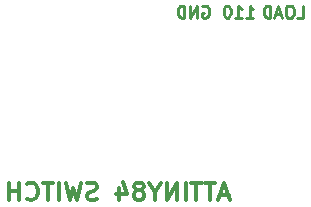
<source format=gbo>
%FSLAX34Y34*%
G04 Gerber Fmt 3.4, Leading zero omitted, Abs format*
G04 (created by PCBNEW (2014-02-15 BZR 4699)-product) date Sat 08 Mar 2014 11:33:38 PM EST*
%MOIN*%
G01*
G70*
G90*
G04 APERTURE LIST*
%ADD10C,0.005906*%
%ADD11C,0.009843*%
%ADD12C,0.011811*%
G04 APERTURE END LIST*
G54D10*
G54D11*
X40449Y-44178D02*
X40637Y-44178D01*
X40637Y-43784D01*
X40243Y-43784D02*
X40168Y-43784D01*
X40131Y-43803D01*
X40093Y-43840D01*
X40074Y-43915D01*
X40074Y-44046D01*
X40093Y-44121D01*
X40131Y-44159D01*
X40168Y-44178D01*
X40243Y-44178D01*
X40281Y-44159D01*
X40318Y-44121D01*
X40337Y-44046D01*
X40337Y-43915D01*
X40318Y-43840D01*
X40281Y-43803D01*
X40243Y-43784D01*
X39925Y-44065D02*
X39737Y-44065D01*
X39962Y-44178D02*
X39831Y-43784D01*
X39700Y-44178D01*
X39568Y-44178D02*
X39568Y-43784D01*
X39475Y-43784D01*
X39418Y-43803D01*
X39381Y-43840D01*
X39362Y-43878D01*
X39343Y-43953D01*
X39343Y-44009D01*
X39362Y-44084D01*
X39381Y-44121D01*
X39418Y-44159D01*
X39475Y-44178D01*
X39568Y-44178D01*
X37299Y-43803D02*
X37337Y-43784D01*
X37393Y-43784D01*
X37449Y-43803D01*
X37487Y-43840D01*
X37506Y-43878D01*
X37524Y-43953D01*
X37524Y-44009D01*
X37506Y-44084D01*
X37487Y-44121D01*
X37449Y-44159D01*
X37393Y-44178D01*
X37356Y-44178D01*
X37299Y-44159D01*
X37281Y-44140D01*
X37281Y-44009D01*
X37356Y-44009D01*
X37112Y-44178D02*
X37112Y-43784D01*
X36887Y-44178D01*
X36887Y-43784D01*
X36700Y-44178D02*
X36700Y-43784D01*
X36606Y-43784D01*
X36550Y-43803D01*
X36512Y-43840D01*
X36493Y-43878D01*
X36475Y-43953D01*
X36475Y-44009D01*
X36493Y-44084D01*
X36512Y-44121D01*
X36550Y-44159D01*
X36606Y-44178D01*
X36700Y-44178D01*
X38762Y-44178D02*
X38987Y-44178D01*
X38874Y-44178D02*
X38874Y-43784D01*
X38912Y-43840D01*
X38949Y-43878D01*
X38987Y-43896D01*
X38387Y-44178D02*
X38612Y-44178D01*
X38500Y-44178D02*
X38500Y-43784D01*
X38537Y-43840D01*
X38574Y-43878D01*
X38612Y-43896D01*
X38143Y-43784D02*
X38106Y-43784D01*
X38068Y-43803D01*
X38050Y-43821D01*
X38031Y-43859D01*
X38012Y-43934D01*
X38012Y-44028D01*
X38031Y-44103D01*
X38050Y-44140D01*
X38068Y-44159D01*
X38106Y-44178D01*
X38143Y-44178D01*
X38181Y-44159D01*
X38200Y-44140D01*
X38218Y-44103D01*
X38237Y-44028D01*
X38237Y-43934D01*
X38218Y-43859D01*
X38200Y-43821D01*
X38181Y-43803D01*
X38143Y-43784D01*
G54D12*
X38169Y-50098D02*
X37888Y-50098D01*
X38226Y-50267D02*
X38029Y-49676D01*
X37832Y-50267D01*
X37719Y-49676D02*
X37382Y-49676D01*
X37551Y-50267D02*
X37551Y-49676D01*
X37269Y-49676D02*
X36932Y-49676D01*
X37101Y-50267D02*
X37101Y-49676D01*
X36735Y-50267D02*
X36735Y-49676D01*
X36454Y-50267D02*
X36454Y-49676D01*
X36116Y-50267D01*
X36116Y-49676D01*
X35723Y-49985D02*
X35723Y-50267D01*
X35920Y-49676D02*
X35723Y-49985D01*
X35526Y-49676D01*
X35245Y-49929D02*
X35301Y-49901D01*
X35329Y-49873D01*
X35357Y-49817D01*
X35357Y-49789D01*
X35329Y-49732D01*
X35301Y-49704D01*
X35245Y-49676D01*
X35132Y-49676D01*
X35076Y-49704D01*
X35048Y-49732D01*
X35020Y-49789D01*
X35020Y-49817D01*
X35048Y-49873D01*
X35076Y-49901D01*
X35132Y-49929D01*
X35245Y-49929D01*
X35301Y-49957D01*
X35329Y-49985D01*
X35357Y-50042D01*
X35357Y-50154D01*
X35329Y-50210D01*
X35301Y-50239D01*
X35245Y-50267D01*
X35132Y-50267D01*
X35076Y-50239D01*
X35048Y-50210D01*
X35020Y-50154D01*
X35020Y-50042D01*
X35048Y-49985D01*
X35076Y-49957D01*
X35132Y-49929D01*
X34514Y-49873D02*
X34514Y-50267D01*
X34654Y-49648D02*
X34795Y-50070D01*
X34429Y-50070D01*
X33782Y-50239D02*
X33698Y-50267D01*
X33557Y-50267D01*
X33501Y-50239D01*
X33473Y-50210D01*
X33445Y-50154D01*
X33445Y-50098D01*
X33473Y-50042D01*
X33501Y-50014D01*
X33557Y-49985D01*
X33670Y-49957D01*
X33726Y-49929D01*
X33754Y-49901D01*
X33782Y-49845D01*
X33782Y-49789D01*
X33754Y-49732D01*
X33726Y-49704D01*
X33670Y-49676D01*
X33529Y-49676D01*
X33445Y-49704D01*
X33248Y-49676D02*
X33107Y-50267D01*
X32995Y-49845D01*
X32883Y-50267D01*
X32742Y-49676D01*
X32517Y-50267D02*
X32517Y-49676D01*
X32320Y-49676D02*
X31983Y-49676D01*
X32151Y-50267D02*
X32151Y-49676D01*
X31448Y-50210D02*
X31476Y-50239D01*
X31561Y-50267D01*
X31617Y-50267D01*
X31701Y-50239D01*
X31758Y-50182D01*
X31786Y-50126D01*
X31814Y-50014D01*
X31814Y-49929D01*
X31786Y-49817D01*
X31758Y-49760D01*
X31701Y-49704D01*
X31617Y-49676D01*
X31561Y-49676D01*
X31476Y-49704D01*
X31448Y-49732D01*
X31195Y-50267D02*
X31195Y-49676D01*
X31195Y-49957D02*
X30858Y-49957D01*
X30858Y-50267D02*
X30858Y-49676D01*
M02*

</source>
